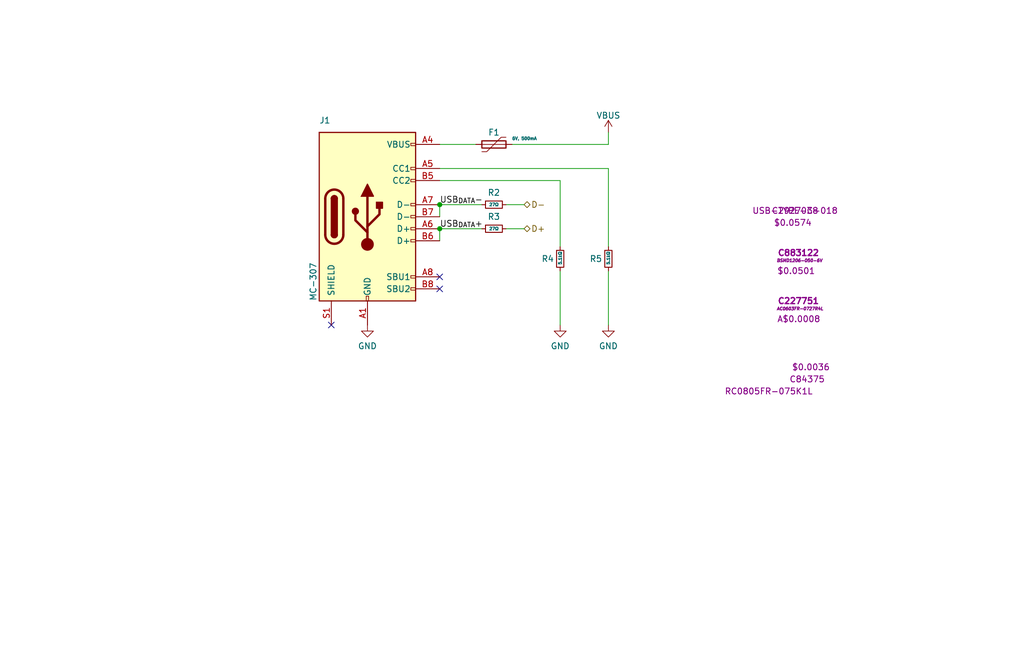
<source format=kicad_sch>
(kicad_sch (version 20211123) (generator eeschema)
  (paper "User" 215.9 139.7)
  (title_block (title "Soldering Induction (July 2022)") (date "2022-07-19") (rev "3.5.0") (company "UNSW Engineering Makerspace"))
  (lib_symbols
    (symbol "4ms_Power-symbol:GND" (power) (pin_names (offset 0))
      (property "Value" "GND" (at 0 -3.81 0))
      (symbol "GND_0_1"
        (polyline (pts (xy 0 0) (xy 0 -1.27) (xy 1.27 -1.27) (xy 0 -2.54) (xy -1.27 -1.27) (xy 0 -1.27)))
      )
      (symbol "GND_1_1"
        (pin power_in line (at 0 0 270) (length 0) hide (name "GND") (number "1"))
      )
    )
    (symbol "Connector:USB_C_Receptacle_USB2.0" (pin_names (offset 1.016))
      (property "Reference" "J" (at -10.16 19.05 0))
      (property "Value" "USB_C_Receptacle_USB2.0" (at 19.05 19.05 0))
      (symbol "USB_C_Receptacle_USB2.0_0_0"
        (rectangle (start -0.254 -17.78) (end 0.254 -16.764))
        (rectangle (start 10.16 -14.986) (end 9.144 -15.494))
        (rectangle (start 10.16 -12.446) (end 9.144 -12.954))
        (rectangle (start 10.16 -4.826) (end 9.144 -5.334))
        (rectangle (start 10.16 -2.286) (end 9.144 -2.794))
        (rectangle (start 10.16 0.254) (end 9.144 -0.254))
        (rectangle (start 10.16 2.794) (end 9.144 2.286))
        (rectangle (start 10.16 7.874) (end 9.144 7.366))
        (rectangle (start 10.16 10.414) (end 9.144 9.906))
        (rectangle (start 10.16 15.494) (end 9.144 14.986))
      )
      (symbol "USB_C_Receptacle_USB2.0_0_1"
        (rectangle (start -10.16 17.78) (end 10.16 -17.78) (stroke (width 0.254)) (fill (type background)))
        (arc (start -8.89 -3.81) (mid -6.985 -5.715) (end -5.08 -3.81) (stroke (width 0.508)))
        (arc (start -7.62 -3.81) (mid -6.985 -4.445) (end -6.35 -3.81) (stroke (width 0.254)))
        (arc (start -7.62 -3.81) (mid -6.985 -4.445) (end -6.35 -3.81) (stroke (width 0.254)) (fill (type outline)))
        (rectangle (start -7.62 -3.81) (end -6.35 3.81) (stroke (width 0.254)) (fill (type outline)))
        (arc (start -6.35 3.81) (mid -6.985 4.445) (end -7.62 3.81) (stroke (width 0.254)))
        (arc (start -6.35 3.81) (mid -6.985 4.445) (end -7.62 3.81) (stroke (width 0.254)) (fill (type outline)))
        (arc (start -5.08 3.81) (mid -6.985 5.715) (end -8.89 3.81) (stroke (width 0.508)))
        (circle (center -2.54 1.143) (radius 0.635) (stroke (width 0.254)) (fill (type outline)))
        (circle (center 0 -5.842) (radius 1.27) (fill (type outline)))
        (polyline (pts (xy -8.89 -3.81) (xy -8.89 3.81)) (stroke (width 0.508)))
        (polyline (pts (xy -5.08 3.81) (xy -5.08 -3.81)) (stroke (width 0.508)))
        (polyline (pts (xy 0 -5.842) (xy 0 4.318)) (stroke (width 0.508)))
        (polyline (pts (xy 0 -3.302) (xy -2.54 -0.762) (xy -2.54 0.508)) (stroke (width 0.508)))
        (polyline (pts (xy 0 -2.032) (xy 2.54 0.508) (xy 2.54 1.778)) (stroke (width 0.508)))
        (polyline (pts (xy -1.27 4.318) (xy 0 6.858) (xy 1.27 4.318) (xy -1.27 4.318)) (stroke (width 0.254)) (fill (type outline)))
        (rectangle (start 1.905 1.778) (end 3.175 3.048) (stroke (width 0.254)) (fill (type outline)))
      )
      (symbol "USB_C_Receptacle_USB2.0_1_1"
        (pin passive line (at 0 -22.86 90) (length 5.08) (name "GND") (number "A1"))
        (pin passive line (at 0 -22.86 90) (length 5.08) hide (name "GND") (number "A12"))
        (pin passive line (at 15.24 15.24 180) (length 5.08) (name "VBUS") (number "A4"))
        (pin bidirectional line (at 15.24 10.16 180) (length 5.08) (name "CC1") (number "A5"))
        (pin bidirectional line (at 15.24 -2.54 180) (length 5.08) (name "D+") (number "A6"))
        (pin bidirectional line (at 15.24 2.54 180) (length 5.08) (name "D-") (number "A7"))
        (pin bidirectional line (at 15.24 -12.7 180) (length 5.08) (name "SBU1") (number "A8"))
        (pin passive line (at 15.24 15.24 180) (length 5.08) hide (name "VBUS") (number "A9"))
        (pin passive line (at 0 -22.86 90) (length 5.08) hide (name "GND") (number "B1"))
        (pin passive line (at 0 -22.86 90) (length 5.08) hide (name "GND") (number "B12"))
        (pin passive line (at 15.24 15.24 180) (length 5.08) hide (name "VBUS") (number "B4"))
        (pin bidirectional line (at 15.24 7.62 180) (length 5.08) (name "CC2") (number "B5"))
        (pin bidirectional line (at 15.24 -5.08 180) (length 5.08) (name "D+") (number "B6"))
        (pin bidirectional line (at 15.24 0 180) (length 5.08) (name "D-") (number "B7"))
        (pin bidirectional line (at 15.24 -15.24 180) (length 5.08) (name "SBU2") (number "B8"))
        (pin passive line (at 15.24 15.24 180) (length 5.08) hide (name "VBUS") (number "B9"))
        (pin passive line (at -7.62 -22.86 90) (length 5.08) (name "SHIELD") (number "S1"))
      )
    )
    (symbol "Device:Polyfuse" (pin_numbers hide) (pin_names (offset 0))
      (property "Reference" "F" (at -2.54 0 90))
      (property "Value" "Polyfuse" (at 2.54 0 90))
      (symbol "Polyfuse_0_1"
        (rectangle (start -0.762 2.54) (end 0.762 -2.54) (stroke (width 0.254)))
        (polyline (pts (xy 0 2.54) (xy 0 -2.54)))
        (polyline (pts (xy -1.524 2.54) (xy -1.524 1.524) (xy 1.524 -1.524) (xy 1.524 -2.54)))
      )
      (symbol "Polyfuse_1_1"
        (pin passive line (at 0 3.81 270) (length 1.27) (name "~") (number "1"))
        (pin passive line (at 0 -3.81 90) (length 1.27) (name "~") (number "2"))
      )
    )
    (symbol "Device:R_Small" (pin_numbers hide) (pin_names (offset 0.254) hide)
      (property "Reference" "R" (at 0.762 0.508 0))
      (property "Value" "R_Small" (at 0.762 -1.016 0))
      (symbol "R_Small_0_1"
        (rectangle (start -0.762 1.778) (end 0.762 -1.778) (stroke (width 0.2032)))
      )
      (symbol "R_Small_1_1"
        (pin passive line (at 0 2.54 270) (length 0.762) (name "~") (number "1"))
        (pin passive line (at 0 -2.54 90) (length 0.762) (name "~") (number "2"))
      )
    )
    (symbol "power:VBUS" (power) (pin_names (offset 0))
      (property "Value" "VBUS" (at 0 3.81 0))
      (symbol "VBUS_0_1"
        (polyline (pts (xy -0.762 1.27) (xy 0 2.54)))
        (polyline (pts (xy 0 0) (xy 0 2.54)))
        (polyline (pts (xy 0 2.54) (xy 0.762 1.27)))
      )
      (symbol "VBUS_1_1"
        (pin power_in line (at 0 0 90) (length 0) hide (name "VBUS") (number "1"))
      )
    )
  )
  (junction (at 92.71 43.18))
  (junction (at 92.71 48.26))
  (no_connect (at 92.71 58.42))
  (no_connect (at 92.71 60.96))
  (no_connect (at 69.85 68.58))
  (wire (pts (xy 106.68 48.26) (xy 110.49 48.26)))
  (wire (pts (xy 118.11 38.1) (xy 118.11 52.07)))
  (wire (pts (xy 128.27 35.56) (xy 128.27 52.07)))
  (wire (pts (xy 118.11 38.1) (xy 92.71 38.1)))
  (wire (pts (xy 92.71 48.26) (xy 92.71 50.8)))
  (wire (pts (xy 106.68 43.18) (xy 110.49 43.18)))
  (wire (pts (xy 92.71 43.18) (xy 92.71 45.72)))
  (wire (pts (xy 92.71 30.48) (xy 100.33 30.48)))
  (wire (pts (xy 118.11 57.15) (xy 118.11 68.58)))
  (wire (pts (xy 128.27 57.15) (xy 128.27 68.58)))
  (wire (pts (xy 92.71 48.26) (xy 101.6 48.26)))
  (wire (pts (xy 92.71 35.56) (xy 128.27 35.56)))
  (wire (pts (xy 128.27 27.94) (xy 128.27 30.48)))
  (wire (pts (xy 107.95 30.48) (xy 128.27 30.48)))
  (wire (pts (xy 92.71 43.18) (xy 101.6 43.18)))
  (label "USB_{DATA}+" (at 92.71 48.26 0))
  (label "USB_{DATA}-" (at 92.71 43.18 0))
  (hierarchical_label "D+" (shape bidirectional) (at 110.49 48.26 0))
  (hierarchical_label "D-" (shape bidirectional) (at 110.49 43.18 0))
  (symbol (lib_id "Connector:USB_C_Receptacle_USB2.0") (at 77.47 45.72 0) (unit 1)
    (property "Reference" "J1" (at 67.31 25.4 0) (effects (justify left)))
    (property "Value" "MC-307" (at 66.04 63.5 90) (effects (justify left)))
    (property "Footprint" "Connector_USB:USB_C_Receptacle_Palconn_UTC16-G" (effects hide))
    (property "Datasheet" "https://www.usb.org/sites/default/files/documents/usb_type-c.zip" (effects hide))
    (property "LSCS_PN" "C2927038" (at 167.64 44.45 0))
    (property "MFR_PN" "USB-TYPE-C-018" (at 167.64 44.45 0))
    (property "$AUD" "$0.0574 " (at 167.64 46.99 0))
  )
  (symbol (lib_id "4ms_Power-symbol:GND") (at 118.11 68.58 0) (unit 1)
    (property "Reference" "#PWR0122" (effects hide))
    (property "Value" "GND" (at 118.11 73.0234 0))
  )
  (symbol (lib_id "power:VBUS") (at 128.27 27.94 0) (unit 1)
    (property "Reference" "#PWR0123" (effects hide))
    (property "Value" "VBUS" (at 128.27 24.3642 0))
  )
  (symbol (lib_id "Device:R_Small") (at 104.14 48.26 90) (unit 1)
    (property "Reference" "R3" (at 104.14 45.72 90))
    (property "Value" "27Ω" (at 104.14 48.26 90) (effects (font (size 0.635 0.635))))
    (property "Footprint" "Resistor_SMD:R_0603_1608Metric" (effects hide))
    (property "Datasheet" "https://datasheet.lcsc.com/lcsc/1811141451_YAGEO-AC0603FR-0727R4L_C227751.pdf" (effects hide))
    (property "LSCS_PN" "C227751" (effects hide))
    (property "MFR_PN" "AC0603FR-0727R4L" (effects hide))
    (property "$AUD" "A$0.0008" (effects hide))
  )
  (symbol (lib_id "4ms_Power-symbol:GND") (at 77.47 68.58 0) (unit 1)
    (property "Reference" "#PWR0120" (effects hide))
    (property "Value" "GND" (at 77.47 73.0234 0))
  )
  (symbol (lib_id "Device:R_Small") (at 128.27 54.61 0) (unit 1)
    (property "Reference" "R5" (at 127 54.61 0) (effects (justify right)))
    (property "Value" "5.1kΩ" (at 128.27 55.88 90) (effects (font (size 0.635 0.635)) (justify left)))
    (property "Footprint" "Resistor_SMD:R_0805_2012Metric" (effects hide))
  )
  (symbol (lib_id "4ms_Power-symbol:GND") (at 128.27 68.58 0) (unit 1)
    (property "Reference" "#PWR0121" (effects hide))
    (property "Value" "GND" (at 128.27 73.0234 0))
  )
  (symbol (lib_id "Device:R_Small") (at 118.11 54.61 0) (unit 1)
    (property "Reference" "R4" (at 116.84 54.61 0) (effects (justify right)))
    (property "Value" "5.1kΩ" (at 118.11 55.88 90) (effects (font (size 0.635 0.635)) (justify left)))
    (property "Footprint" "Resistor_SMD:R_0805_2012Metric" (effects hide))
    (property "LSCS_PN" "C84375" (at 170.18 80.01 0))
    (property "MFR_PN" "RC0805FR-075K1L " (at 162.56 82.55 0))
    (property "$AUD" "$0.0036 " (at 171.45 77.47 0))
  )
  (symbol (lib_id "Device:Polyfuse") (at 104.14 30.48 90) (unit 1)
    (property "Reference" "F1" (at 104.14 27.94 90))
    (property "Value" "6V, 500mA" (at 107.95 29.21 90) (effects (font (size 0.635 0.635)) (justify right)))
    (property "Footprint" "Fuse:Fuse_1206_3216Metric" (effects hide))
    (property "Datasheet" "https://datasheet.lcsc.com/lcsc/2206071500_BHFUSE-BSMD1206-050-6V_C883122.pdf" (effects hide))
    (property "LSCS_PN" "C883122" (at 163.83 53.34 90) (effects (font bold) (justify right)))
    (property "MFR_PN" "BSMD1206-050-6V" (at 163.83 54.61 90) (effects (font (size 0.635 0.635) italic) (justify right bottom)))
    (property "$AUD" "$0.0501" (at 163.83 57.15 90) (effects (justify right)))
  )
  (symbol (lib_id "Device:R_Small") (at 104.14 43.18 90) (unit 1)
    (property "Reference" "R2" (at 104.14 40.64 90))
    (property "Value" "27Ω" (at 104.14 43.18 90) (effects (font (size 0.635 0.635))))
    (property "Footprint" "Resistor_SMD:R_0603_1608Metric" (effects hide))
    (property "Datasheet" "https://datasheet.lcsc.com/lcsc/1811141451_YAGEO-AC0603FR-0727R4L_C227751.pdf" (effects hide))
    (property "LSCS_PN" "C227751" (at 163.83 63.5 90) (effects (font bold) (justify right)))
    (property "MFR_PN" "AC0603FR-0727R4L" (at 163.83 64.77 90) (effects (font (size 0.635 0.635) italic) (justify right bottom)))
    (property "$AUD" "A$0.0008" (at 163.83 67.31 90) (effects (justify right)))
  )
)
</source>
